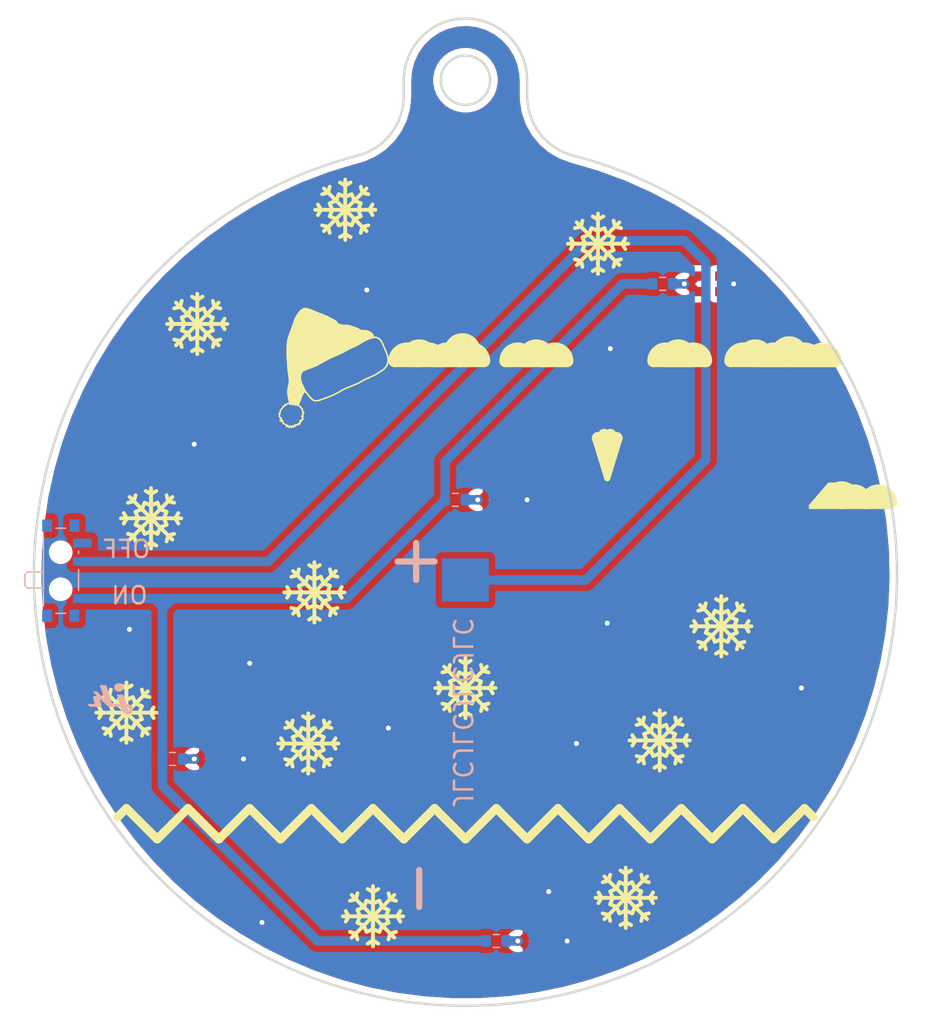
<source format=kicad_pcb>
(kicad_pcb (version 20171130) (host pcbnew "(5.1.10)-1")
  (layers (0 F.Cu signal) (31 B.Cu signal) (34 B.Paste user) (35 F.Paste user) (36 B.SilkS user) (37 F.SilkS user) (38 B.Mask user) (39 F.Mask user) (44 Edge.Cuts user))
  (net 0 "")
  (net 1 "Net-(SW1-Pad3)")
  (net 2 VCC)
  (net 3 GND)
  (net 4 "Net-(D12-Pad1)")
  (net 5 "Net-(D3-Pad1)")
  (net 6 "Net-(D5-Pad1)")
  (net 7 "Net-(D7-Pad1)")
  (net 8 "Net-(R1-Pad1)")
  (module TVZ_kuglica:logo (layer B.Cu) (at 108.15 110.05 180)
    (fp_text reference G*** hide)
    (fp_text value LOGO hide)
  )
  (module TVZ_kuglica:kapa_1 (layer F.Cu) (at 125.25 82.5 25)
    (fp_text reference G*** hide)
    (fp_text value LOGO hide)
  )
  (module TVZ_kuglica:ukras1 (layer F.Cu) (at 115.25 79.75)
    (fp_text reference G*** hide)
    (fp_text value LOGO hide)
  )
  (module TVZ_kuglica:ukras1 (layer F.Cu) (at 150 126.25)
    (fp_text reference G*** hide)
    (fp_text value LOGO hide)
  )
  (module TVZ_kuglica:ukras1 (layer F.Cu) (at 129.5 127.75)
    (fp_text reference G*** hide)
    (fp_text value LOGO hide)
  )
  (module TVZ_kuglica:ukras1 (layer F.Cu) (at 147.75 73.25)
    (fp_text reference G*** hide)
    (fp_text value LOGO hide)
  )
  (module TVZ_kuglica:ukras3 (layer F.Cu) (at 137 68.75)
    (fp_text reference G*** hide)
    (fp_text value LOGO hide)
  )
  (module TVZ_kuglica:ukras1 (layer F.Cu) (at 152.75 113.5)
    (fp_text reference G*** hide)
    (fp_text value LOGO hide)
  )
  (module TVZ_kuglica:ukras1 (layer F.Cu) (at 157.75 104.25)
    (fp_text reference G*** hide)
    (fp_text value LOGO hide)
  )
  (module TVZ_kuglica:ukras1 (layer F.Cu) (at 137 109.25)
    (fp_text reference G*** hide)
    (fp_text value LOGO hide)
  )
  (module TVZ_kuglica:ukras1 (layer F.Cu) (at 124.25 113.75)
    (fp_text reference G*** hide)
    (fp_text value LOGO hide)
  )
  (module TVZ_kuglica:ukras1 (layer F.Cu) (at 109.5 111.25)
    (fp_text reference G*** hide)
    (fp_text value LOGO hide)
  )
  (module TVZ_kuglica:ukras1 (layer F.Cu) (at 124.75 101.5)
    (fp_text reference G*** hide)
    (fp_text value LOGO hide)
  )
  (module TVZ_kuglica:ukras1 (layer F.Cu) (at 111.5 95.5)
    (fp_text reference G*** hide)
    (fp_text value LOGO hide)
  )
  (module TVZ_kuglica:ukras1 (layer F.Cu) (at 127.25 70.5)
    (fp_text reference G*** hide)
    (fp_text value LOGO hide)
  )
  (module Button_Switch_SMD:SW_SPDT_PCM12 (layer B.Cu) (at 104.5 99.75 90)
    (fp_text reference SW1 hide)
    (fp_text value SW_SPDT)
    (pad "" np_thru_hole circle (at -1.5 -0.33 90) (size 0.9 0.9) (drill 0.9) (layers *.Cu *.Mask))
    (pad "" np_thru_hole circle (at 1.5 -0.33 90) (size 0.9 0.9) (drill 0.9) (layers *.Cu *.Mask))
    (pad 1 smd rect (at -2.25 1.43 90) (size 0.7 1.5) (layers B.Cu B.Paste B.Mask) (net 8 "Net-(R1-Pad1)"))
    (pad 2 smd rect (at 0.75 1.43 90) (size 0.7 1.5) (layers B.Cu B.Paste B.Mask) (net 2 VCC))
    (pad 3 smd rect (at 2.25 1.43 90) (size 0.7 1.5) (layers B.Cu B.Paste B.Mask) (net 1 "Net-(SW1-Pad3)"))
    (pad "" smd rect (at -3.65 -1.43 90) (size 1 0.8) (layers B.Cu B.Paste B.Mask))
    (pad "" smd rect (at 3.65 -1.43 90) (size 1 0.8) (layers B.Cu B.Paste B.Mask))
    (pad "" smd rect (at 3.65 0.78 90) (size 1 0.8) (layers B.Cu B.Paste B.Mask))
    (pad "" smd rect (at -3.65 0.78 90) (size 1 0.8) (layers B.Cu B.Paste B.Mask))
  )
  (module TVZ_kuglica:LED-0807 (layer F.Cu) (at 156.75 76.5)
    (fp_text reference D3 hide)
    (fp_text value RGB)
    (pad 1 smd rect (at -1.05 -0.625) (size 1.1 0.75) (layers F.Cu F.Paste F.Mask) (net 5 "Net-(D3-Pad1)"))
    (pad 2 smd rect (at 1.05 -0.625) (size 1.1 0.75) (layers F.Cu F.Paste F.Mask) (net 3 GND))
    (pad 1 smd rect (at -1.05 0.625) (size 1.1 0.75) (layers F.Cu F.Paste F.Mask) (net 5 "Net-(D3-Pad1)"))
    (pad 2 smd rect (at 1.05 0.625) (size 1.1 0.75) (layers F.Cu F.Paste F.Mask) (net 3 GND))
  )
  (module TVZ_kuglica:LED-0807 (layer F.Cu) (at 117 115)
    (fp_text reference D5 hide)
    (fp_text value RGB)
    (pad 1 smd rect (at -1.05 -0.625) (size 1.1 0.75) (layers F.Cu F.Paste F.Mask) (net 6 "Net-(D5-Pad1)"))
    (pad 2 smd rect (at 1.05 -0.625) (size 1.1 0.75) (layers F.Cu F.Paste F.Mask) (net 3 GND))
    (pad 1 smd rect (at -1.05 0.625) (size 1.1 0.75) (layers F.Cu F.Paste F.Mask) (net 6 "Net-(D5-Pad1)"))
    (pad 2 smd rect (at 1.05 0.625) (size 1.1 0.75) (layers F.Cu F.Paste F.Mask) (net 3 GND))
  )
  (module TVZ_kuglica:LED-0807 (layer F.Cu) (at 143.25 129.75)
    (fp_text reference D7 hide)
    (fp_text value RGB)
    (pad 1 smd rect (at -1.05 -0.625) (size 1.1 0.75) (layers F.Cu F.Paste F.Mask) (net 7 "Net-(D7-Pad1)"))
    (pad 2 smd rect (at 1.05 -0.625) (size 1.1 0.75) (layers F.Cu F.Paste F.Mask) (net 3 GND))
    (pad 1 smd rect (at -1.05 0.625) (size 1.1 0.75) (layers F.Cu F.Paste F.Mask) (net 7 "Net-(D7-Pad1)"))
    (pad 2 smd rect (at 1.05 0.625) (size 1.1 0.75) (layers F.Cu F.Paste F.Mask) (net 3 GND))
  )
  (module TVZ_kuglica:LED-0807 (layer F.Cu) (at 140 94)
    (fp_text reference D12 hide)
    (fp_text value RGB)
    (pad 1 smd rect (at -1.05 -0.625) (size 1.1 0.75) (layers F.Cu F.Paste F.Mask) (net 4 "Net-(D12-Pad1)"))
    (pad 2 smd rect (at 1.05 -0.625) (size 1.1 0.75) (layers F.Cu F.Paste F.Mask) (net 3 GND))
    (pad 1 smd rect (at -1.05 0.625) (size 1.1 0.75) (layers F.Cu F.Paste F.Mask) (net 4 "Net-(D12-Pad1)"))
    (pad 2 smd rect (at 1.05 0.625) (size 1.1 0.75) (layers F.Cu F.Paste F.Mask) (net 3 GND))
  )
  (module TVZ_kuglica:MYOUNG_BS-08-B2AA016 (layer B.Cu) (at 137 113.5 270)
    (fp_text reference BT1 hide)
    (fp_text value 2xAAA)
    (pad 1 smd rect (at -13 0 270) (size 3.5 3.8) (layers B.Cu B.Paste B.Mask) (net 2 VCC))
    (pad 2 smd rect (at 9.5 0 270) (size 5.7 2.8) (layers B.Cu B.Paste B.Mask) (net 3 GND))
  )
  (module Resistor_SMD:R_0603_1608Metric (layer B.Cu) (at 136.175 94)
    (fp_text reference R1 hide)
    (fp_text value 2k)
    (pad 1 smd roundrect (at -0.825 0) (size 0.8 0.95) (layers B.Cu B.Paste B.Mask) (net 8 "Net-(R1-Pad1)"))
    (pad 2 smd roundrect (at 0.825 0) (size 0.8 0.95) (layers B.Cu B.Paste B.Mask) (net 4 "Net-(D12-Pad1)"))
  )
  (module Resistor_SMD:R_0603_1608Metric (layer B.Cu) (at 153 76.5)
    (fp_text reference R2 hide)
    (fp_text value 2k)
    (pad 1 smd roundrect (at -0.825 0) (size 0.8 0.95) (layers B.Cu B.Paste B.Mask) (net 8 "Net-(R1-Pad1)"))
    (pad 2 smd roundrect (at 0.825 0) (size 0.8 0.95) (layers B.Cu B.Paste B.Mask) (net 5 "Net-(D3-Pad1)"))
  )
  (module Resistor_SMD:R_0603_1608Metric (layer B.Cu) (at 113.25 115)
    (fp_text reference R3 hide)
    (fp_text value 2k)
    (pad 1 smd roundrect (at -0.825 0) (size 0.8 0.95) (layers B.Cu B.Paste B.Mask) (net 8 "Net-(R1-Pad1)"))
    (pad 2 smd roundrect (at 0.825 0) (size 0.8 0.95) (layers B.Cu B.Paste B.Mask) (net 6 "Net-(D5-Pad1)"))
  )
  (module Resistor_SMD:R_0603_1608Metric (layer B.Cu) (at 139.5 129.75)
    (fp_text reference R4 hide)
    (fp_text value 2k)
    (pad 2 smd roundrect (at 0.825 0) (size 0.8 0.95) (layers B.Cu B.Paste B.Mask) (net 7 "Net-(D7-Pad1)"))
    (pad 1 smd roundrect (at -0.825 0) (size 0.8 0.95) (layers B.Cu B.Paste B.Mask) (net 8 "Net-(R1-Pad1)"))
  )
  (gr_poly (pts (xy 167.6 94.7) (xy 164.9 94.7) (xy 164.9 94.45) (xy 166.45 92.65) (xy 167.05 92.65)) (layer F.SilkS) (width 0.1))
  (gr_circle (center 148.5 91.25) (end 148.75 91.25) (layer F.SilkS) (width 0.5))
  (gr_circle (center 148.5 90.5) (end 148.75 90.5) (layer F.SilkS) (width 0.5))
  (gr_circle (center 148.5 90) (end 148.75 90) (layer F.SilkS) (width 0.5))
  (gr_circle (center 148 89.5) (end 148.25 89.5) (layer F.SilkS) (width 0.5))
  (gr_circle (center 149 89.5) (end 149.25 89.5) (layer F.SilkS) (width 0.5))
  (gr_circle (center 148.5 89.5) (end 148.75 89.5) (layer F.SilkS) (width 0.5))
  (gr_circle (center 149.25 89) (end 149.5 89) (layer F.SilkS) (width 0.5))
  (gr_circle (center 148.75 88.75) (end 149 88.75) (layer F.SilkS) (width 0.5))
  (gr_circle (center 148.25 88.75) (end 148.5 88.75) (layer F.SilkS) (width 0.5))
  (gr_circle (center 147.75 89) (end 148 89) (layer F.SilkS) (width 0.5))
  (gr_line (start 148.5 92.25) (end 149.5 89) (layer F.SilkS) (width 0.5))
  (gr_line (start 147.5 89) (end 148.5 92.25) (layer F.SilkS) (width 0.5))
  (gr_line (start 168.5 94) (end 166.5 94) (layer F.SilkS) (width 1))
  (gr_arc (start 167.5 94) (end 168.5 94) (angle -180) (layer F.SilkS) (width 1))
  (gr_line (start 169.5 94.25) (end 167.5 94.25) (layer F.SilkS) (width 1))
  (gr_arc (start 168.5 94.25) (end 169.5 94.25) (angle -180) (layer F.SilkS) (width 1))
  (gr_line (start 171.5 94.25) (end 169.5 94.25) (layer F.SilkS) (width 1))
  (gr_arc (start 170.5 94.25) (end 171.5 94.25) (angle -180) (layer F.SilkS) (width 1))
  (gr_line (start 161.5 82.5) (end 159.5 82.5) (layer F.SilkS) (width 1))
  (gr_arc (start 160.5 82.5) (end 161.5 82.5) (angle -180) (layer F.SilkS) (width 1))
  (gr_line (start 164.25 82.25) (end 162.25 82.25) (layer F.SilkS) (width 1))
  (gr_arc (start 163.25 82.25) (end 164.25 82.25) (angle -180) (layer F.SilkS) (width 1))
  (gr_line (start 167 82.75) (end 165 82.75) (layer F.SilkS) (width 1))
  (gr_arc (start 166 82.75) (end 167 82.75) (angle -180) (layer F.SilkS) (width 1))
  (gr_line (start 165.5 82.75) (end 163.5 82.75) (layer F.SilkS) (width 1))
  (gr_arc (start 164.5 82.75) (end 165.5 82.75) (angle -180) (layer F.SilkS) (width 1))
  (gr_line (start 163 82.75) (end 161 82.75) (layer F.SilkS) (width 1))
  (gr_arc (start 162 82.75) (end 163 82.75) (angle -180) (layer F.SilkS) (width 1))
  (gr_line (start 167 82.75) (end 158.5 82.75) (layer F.SilkS) (width 1))
  (gr_arc (start 159.5 82.75) (end 160.5 82.75) (angle -180) (layer F.SilkS) (width 1))
  (gr_line (start 155.25 82.5) (end 153.25 82.5) (layer F.SilkS) (width 1))
  (gr_arc (start 154.25 82.5) (end 155.25 82.5) (angle -180) (layer F.SilkS) (width 1))
  (gr_line (start 155.25 82.75) (end 153.25 82.75) (layer F.SilkS) (width 1))
  (gr_arc (start 154.25 82.75) (end 155.25 82.75) (angle -180) (layer F.SilkS) (width 1))
  (gr_line (start 156.5 82.75) (end 154.5 82.75) (layer F.SilkS) (width 1))
  (gr_arc (start 155.5 82.75) (end 156.5 82.75) (angle -180) (layer F.SilkS) (width 1))
  (gr_line (start 154.25 82.75) (end 152.25 82.75) (layer F.SilkS) (width 1))
  (gr_arc (start 153.25 82.75) (end 154.25 82.75) (angle -180) (layer F.SilkS) (width 1))
  (gr_line (start 143.75 82.75) (end 141.75 82.75) (layer F.SilkS) (width 1))
  (gr_arc (start 142.75 82.75) (end 143.75 82.75) (angle -180) (layer F.SilkS) (width 1))
  (gr_line (start 143.75 82.5) (end 141.75 82.5) (layer F.SilkS) (width 1))
  (gr_arc (start 142.75 82.5) (end 143.75 82.5) (angle -180) (layer F.SilkS) (width 1))
  (gr_line (start 145.25 82.75) (end 143.25 82.75) (layer F.SilkS) (width 1))
  (gr_arc (start 144.25 82.75) (end 145.25 82.75) (angle -180) (layer F.SilkS) (width 1))
  (gr_line (start 142.25 82.75) (end 140.25 82.75) (layer F.SilkS) (width 1))
  (gr_arc (start 141.25 82.75) (end 142.25 82.75) (angle -180) (layer F.SilkS) (width 1))
  (gr_line (start 137.75 82) (end 135.75 82) (layer F.SilkS) (width 1))
  (gr_arc (start 136.75 82) (end 137.75 82) (angle -180) (layer F.SilkS) (width 1))
  (gr_line (start 138.5 82.75) (end 136.5 82.75) (layer F.SilkS) (width 1))
  (gr_arc (start 137.5 82.75) (end 138.5 82.75) (angle -180) (layer F.SilkS) (width 1))
  (gr_line (start 136.5 82.75) (end 134.5 82.75) (layer F.SilkS) (width 1))
  (gr_arc (start 135.5 82.75) (end 136.5 82.75) (angle -180) (layer F.SilkS) (width 1))
  (gr_line (start 134.25 82.5) (end 132.25 82.5) (layer F.SilkS) (width 1))
  (gr_arc (start 133.25 82.5) (end 134.25 82.5) (angle -180) (layer F.SilkS) (width 1))
  (gr_line (start 135 82.75) (end 133 82.75) (layer F.SilkS) (width 1))
  (gr_arc (start 134 82.75) (end 135 82.75) (angle -180) (layer F.SilkS) (width 1))
  (gr_line (start 133.25 82.75) (end 131.25 82.75) (layer F.SilkS) (width 1))
  (gr_arc (start 132.25 82.75) (end 133.25 82.75) (angle -180) (layer F.SilkS) (width 1))
  (gr_line (start 122.58 86.2) (end 122.73 86.21) (layer F.SilkS) (width 0.12))
  (gr_line (start 122.51 86.26) (end 122.58 86.2) (layer F.SilkS) (width 0.12))
  (gr_line (start 122.37 86.29) (end 122.51 86.26) (layer F.SilkS) (width 0.12))
  (gr_line (start 122.4 86.34) (end 122.37 86.29) (layer F.SilkS) (width 0.12))
  (gr_line (start 122.22 86.43) (end 122.4 86.34) (layer F.SilkS) (width 0.12))
  (gr_line (start 122.23 86.48) (end 122.22 86.43) (layer F.SilkS) (width 0.12))
  (gr_line (start 122.13 86.59) (end 122.23 86.48) (layer F.SilkS) (width 0.12))
  (gr_line (start 122.03 86.7) (end 122.13 86.59) (layer F.SilkS) (width 0.12))
  (gr_line (start 121.98 86.8) (end 122.03 86.7) (layer F.SilkS) (width 0.12))
  (gr_line (start 121.95 86.98) (end 121.98 86.8) (layer F.SilkS) (width 0.12))
  (gr_line (start 121.87 87.04) (end 121.95 86.98) (layer F.SilkS) (width 0.12))
  (gr_line (start 121.94 87.09) (end 121.87 87.04) (layer F.SilkS) (width 0.12))
  (gr_line (start 121.91 87.22) (end 121.94 87.09) (layer F.SilkS) (width 0.12))
  (gr_line (start 121.95 87.33) (end 121.91 87.22) (layer F.SilkS) (width 0.12))
  (gr_line (start 122.07 87.39) (end 121.95 87.33) (layer F.SilkS) (width 0.12))
  (gr_line (start 121.97 87.58) (end 122.07 87.39) (layer F.SilkS) (width 0.12))
  (gr_line (start 122.11 87.52) (end 121.97 87.58) (layer F.SilkS) (width 0.12))
  (gr_line (start 122.06 87.66) (end 122.11 87.52) (layer F.SilkS) (width 0.12))
  (gr_line (start 122.18 87.61) (end 122.06 87.66) (layer F.SilkS) (width 0.12))
  (gr_line (start 122.21 87.78) (end 122.18 87.61) (layer F.SilkS) (width 0.12))
  (gr_line (start 122.31 87.86) (end 122.21 87.78) (layer F.SilkS) (width 0.12))
  (gr_line (start 122.45 87.92) (end 122.31 87.86) (layer F.SilkS) (width 0.12))
  (gr_line (start 122.5 88.07) (end 122.45 87.92) (layer F.SilkS) (width 0.12))
  (gr_line (start 122.58 87.96) (end 122.5 88.07) (layer F.SilkS) (width 0.12))
  (gr_line (start 122.64 88.06) (end 122.58 87.96) (layer F.SilkS) (width 0.12))
  (gr_line (start 122.72 88.14) (end 122.64 88.06) (layer F.SilkS) (width 0.12))
  (gr_line (start 122.81 88.03) (end 122.72 88.14) (layer F.SilkS) (width 0.12))
  (gr_line (start 122.89 88.13) (end 122.81 88.03) (layer F.SilkS) (width 0.12))
  (gr_line (start 122.93 88.03) (end 122.89 88.13) (layer F.SilkS) (width 0.12))
  (gr_line (start 123.05 88.1) (end 122.93 88.03) (layer F.SilkS) (width 0.12))
  (gr_line (start 123.07 88) (end 123.05 88.1) (layer F.SilkS) (width 0.12))
  (gr_line (start 123.17 88.04) (end 123.07 88) (layer F.SilkS) (width 0.12))
  (gr_line (start 123.17 87.93) (end 123.17 88.04) (layer F.SilkS) (width 0.12))
  (gr_line (start 123.29 87.93) (end 123.17 87.93) (layer F.SilkS) (width 0.12))
  (gr_line (start 123.41 87.93) (end 123.29 87.93) (layer F.SilkS) (width 0.12))
  (gr_line (start 123.42 87.85) (end 123.41 87.93) (layer F.SilkS) (width 0.12))
  (gr_line (start 123.48 87.84) (end 123.42 87.85) (layer F.SilkS) (width 0.12))
  (gr_line (start 123.58 87.85) (end 123.48 87.84) (layer F.SilkS) (width 0.12))
  (gr_line (start 123.54 87.74) (end 123.58 87.85) (layer F.SilkS) (width 0.12))
  (gr_line (start 123.6 87.7) (end 123.54 87.74) (layer F.SilkS) (width 0.12))
  (gr_line (start 123.6 87.57) (end 123.6 87.7) (layer F.SilkS) (width 0.12))
  (gr_line (start 123.7 87.63) (end 123.6 87.57) (layer F.SilkS) (width 0.12))
  (gr_line (start 123.71 87.56) (end 123.7 87.63) (layer F.SilkS) (width 0.12))
  (gr_line (start 123.76 87.47) (end 123.71 87.56) (layer F.SilkS) (width 0.12))
  (gr_line (start 123.83 87.46) (end 123.76 87.47) (layer F.SilkS) (width 0.12))
  (gr_line (start 123.79 87.4) (end 123.83 87.46) (layer F.SilkS) (width 0.12))
  (gr_line (start 123.72 87.23) (end 123.79 87.4) (layer F.SilkS) (width 0.12))
  (gr_line (start 123.84 87.24) (end 123.72 87.23) (layer F.SilkS) (width 0.12))
  (gr_line (start 123.8 87.17) (end 123.84 87.24) (layer F.SilkS) (width 0.12))
  (gr_line (start 123.79 87.08) (end 123.8 87.17) (layer F.SilkS) (width 0.12))
  (gr_line (start 123.84 87.07) (end 123.79 87.08) (layer F.SilkS) (width 0.12))
  (gr_line (start 123.83 86.99) (end 123.84 87.07) (layer F.SilkS) (width 0.12))
  (gr_line (start 123.89 86.93) (end 123.83 86.99) (layer F.SilkS) (width 0.12))
  (gr_line (start 123.82 86.91) (end 123.89 86.93) (layer F.SilkS) (width 0.12))
  (gr_line (start 123.78 86.85) (end 123.82 86.91) (layer F.SilkS) (width 0.12))
  (gr_line (start 123.78 86.78) (end 123.78 86.85) (layer F.SilkS) (width 0.12))
  (gr_line (start 123.77 86.69) (end 123.78 86.78) (layer F.SilkS) (width 0.12))
  (gr_line (start 123.75 86.6) (end 123.77 86.69) (layer F.SilkS) (width 0.12))
  (gr_line (start 123.64 86.54) (end 123.75 86.6) (layer F.SilkS) (width 0.12))
  (gr_line (start 123.6 86.44) (end 123.64 86.54) (layer F.SilkS) (width 0.12))
  (gr_line (start 123.46 86.37) (end 123.6 86.44) (layer F.SilkS) (width 0.12))
  (gr_line (start 123.39 86.34) (end 123.46 86.37) (layer F.SilkS) (width 0.12))
  (gr_line (start 123.34 86.27) (end 123.39 86.34) (layer F.SilkS) (width 0.12))
  (gr_line (start 123.2 86.32) (end 123.34 86.27) (layer F.SilkS) (width 0.12))
  (gr_line (start 123.13 86.25) (end 123.2 86.32) (layer F.SilkS) (width 0.12))
  (gr_line (start 123 86.29) (end 123.13 86.25) (layer F.SilkS) (width 0.12))
  (gr_line (start 122.91 86.22) (end 123 86.29) (layer F.SilkS) (width 0.12))
  (gr_line (start 122.81 86.26) (end 122.91 86.22) (layer F.SilkS) (width 0.12))
  (gr_line (start 122.73 86.21) (end 122.81 86.26) (layer F.SilkS) (width 0.12))
  (gr_line (start 122.72 86.03) (end 122.73 86.21) (layer F.SilkS) (width 0.12))
  (gr_line (start 122.67 85.81) (end 122.72 86.03) (layer F.SilkS) (width 0.12))
  (gr_line (start 122.62 85.53) (end 122.67 85.81) (layer F.SilkS) (width 0.12))
  (gr_line (start 122.59 85.35) (end 122.62 85.53) (layer F.SilkS) (width 0.12))
  (gr_line (start 122.59 85.18) (end 122.59 85.35) (layer F.SilkS) (width 0.12))
  (gr_line (start 122.63 84.94) (end 122.59 85.18) (layer F.SilkS) (width 0.12))
  (gr_line (start 122.67 84.74) (end 122.63 84.94) (layer F.SilkS) (width 0.12))
  (gr_line (start 122.72 84.48) (end 122.67 84.74) (layer F.SilkS) (width 0.12))
  (gr_line (start 122.72 84.25) (end 122.72 84.48) (layer F.SilkS) (width 0.12))
  (gr_line (start 122.69 84) (end 122.72 84.25) (layer F.SilkS) (width 0.12))
  (gr_line (start 122.64 83.64) (end 122.69 84) (layer F.SilkS) (width 0.12))
  (gr_line (start 122.6 83.33) (end 122.64 83.64) (layer F.SilkS) (width 0.12))
  (gr_line (start 122.58 82.85) (end 122.6 83.33) (layer F.SilkS) (width 0.12))
  (gr_line (start 122.56 82.68) (end 122.58 82.85) (layer F.SilkS) (width 0.12))
  (gr_line (start 122.54 82.31) (end 122.56 82.68) (layer F.SilkS) (width 0.12))
  (gr_line (start 122.53 82.09) (end 122.54 82.31) (layer F.SilkS) (width 0.12))
  (gr_line (start 122.54 81.69) (end 122.53 82.09) (layer F.SilkS) (width 0.12))
  (gr_line (start 122.54 81.5) (end 122.54 81.69) (layer F.SilkS) (width 0.12))
  (gr_line (start 122.58 81.2) (end 122.54 81.5) (layer F.SilkS) (width 0.12))
  (gr_line (start 122.62 80.95) (end 122.58 81.2) (layer F.SilkS) (width 0.12))
  (gr_line (start 122.75 80.57) (end 122.62 80.95) (layer F.SilkS) (width 0.12))
  (gr_line (start 122.85 80.31) (end 122.75 80.57) (layer F.SilkS) (width 0.12))
  (gr_line (start 122.99 79.91) (end 122.85 80.31) (layer F.SilkS) (width 0.12))
  (gr_line (start 123.06 79.72) (end 122.99 79.91) (layer F.SilkS) (width 0.12))
  (gr_line (start 123.15 79.45) (end 123.06 79.72) (layer F.SilkS) (width 0.12))
  (gr_line (start 123.25 79.22) (end 123.15 79.45) (layer F.SilkS) (width 0.12))
  (gr_line (start 123.34 79.05) (end 123.25 79.22) (layer F.SilkS) (width 0.12))
  (gr_line (start 123.46 78.88) (end 123.34 79.05) (layer F.SilkS) (width 0.12))
  (gr_line (start 123.56 78.77) (end 123.46 78.88) (layer F.SilkS) (width 0.12))
  (gr_line (start 123.65 78.66) (end 123.56 78.77) (layer F.SilkS) (width 0.12))
  (gr_line (start 123.78 78.58) (end 123.65 78.66) (layer F.SilkS) (width 0.12))
  (gr_line (start 123.88 78.52) (end 123.78 78.58) (layer F.SilkS) (width 0.12))
  (gr_line (start 123.97 78.5) (end 123.88 78.52) (layer F.SilkS) (width 0.12))
  (gr_line (start 124.06 78.5) (end 123.97 78.5) (layer F.SilkS) (width 0.12))
  (gr_line (start 124.21 78.53) (end 124.06 78.5) (layer F.SilkS) (width 0.12))
  (gr_line (start 124.43 78.61) (end 124.21 78.53) (layer F.SilkS) (width 0.12))
  (gr_line (start 124.6 78.68) (end 124.43 78.61) (layer F.SilkS) (width 0.12))
  (gr_line (start 124.8 78.76) (end 124.6 78.68) (layer F.SilkS) (width 0.12))
  (gr_line (start 125 78.85) (end 124.8 78.76) (layer F.SilkS) (width 0.12))
  (gr_line (start 125.32 78.96) (end 125 78.85) (layer F.SilkS) (width 0.12))
  (gr_line (start 125.53 79.05) (end 125.32 78.96) (layer F.SilkS) (width 0.12))
  (gr_line (start 125.78 79.15) (end 125.53 79.05) (layer F.SilkS) (width 0.12))
  (gr_line (start 126.01 79.28) (end 125.78 79.15) (layer F.SilkS) (width 0.12))
  (gr_line (start 126.22 79.38) (end 126.01 79.28) (layer F.SilkS) (width 0.12))
  (gr_line (start 126.38 79.47) (end 126.22 79.38) (layer F.SilkS) (width 0.12))
  (gr_line (start 126.49 79.54) (end 126.38 79.47) (layer F.SilkS) (width 0.12))
  (gr_line (start 126.62 79.7) (end 126.49 79.54) (layer F.SilkS) (width 0.12))
  (gr_line (start 126.69 79.77) (end 126.62 79.7) (layer F.SilkS) (width 0.12))
  (gr_line (start 126.77 79.8) (end 126.69 79.77) (layer F.SilkS) (width 0.12))
  (gr_line (start 126.9 79.83) (end 126.77 79.8) (layer F.SilkS) (width 0.12))
  (gr_line (start 127.02 79.86) (end 126.9 79.83) (layer F.SilkS) (width 0.12))
  (gr_line (start 127.18 79.87) (end 127.02 79.86) (layer F.SilkS) (width 0.12))
  (gr_line (start 127.38 79.87) (end 127.18 79.87) (layer F.SilkS) (width 0.12))
  (gr_line (start 127.49 79.87) (end 127.38 79.87) (layer F.SilkS) (width 0.12))
  (gr_line (start 128.16 80.09) (end 127.49 79.87) (layer F.SilkS) (width 0.12))
  (gr_line (start 128.28 80.15) (end 128.16 80.09) (layer F.SilkS) (width 0.12))
  (gr_line (start 128.4 80.22) (end 128.28 80.15) (layer F.SilkS) (width 0.12))
  (gr_line (start 128.52 80.29) (end 128.4 80.22) (layer F.SilkS) (width 0.12))
  (gr_line (start 128.64 80.29) (end 128.52 80.29) (layer F.SilkS) (width 0.12))
  (gr_line (start 128.95 80.3) (end 128.64 80.29) (layer F.SilkS) (width 0.12))
  (gr_line (start 129.08 80.33) (end 128.95 80.3) (layer F.SilkS) (width 0.12))
  (gr_line (start 129.26 80.42) (end 129.08 80.33) (layer F.SilkS) (width 0.12))
  (gr_line (start 129.34 80.46) (end 129.26 80.42) (layer F.SilkS) (width 0.12))
  (gr_line (start 129.41 80.55) (end 129.34 80.46) (layer F.SilkS) (width 0.12))
  (gr_line (start 129.47 80.62) (end 129.41 80.55) (layer F.SilkS) (width 0.12))
  (gr_line (start 129.52 80.73) (end 129.47 80.62) (layer F.SilkS) (width 0.12))
  (gr_line (start 129.56 80.84) (end 129.52 80.73) (layer F.SilkS) (width 0.12))
  (gr_line (start 123.95 85.1) (end 124.04 85.25) (layer F.SilkS) (width 0.12))
  (gr_line (start 123.87 84.92) (end 123.95 85.1) (layer F.SilkS) (width 0.12))
  (gr_line (start 123.82 84.8) (end 123.87 84.92) (layer F.SilkS) (width 0.12))
  (gr_line (start 123.74 84.64) (end 123.82 84.8) (layer F.SilkS) (width 0.12))
  (gr_line (start 123.68 84.5) (end 123.74 84.64) (layer F.SilkS) (width 0.12))
  (gr_line (start 123.64 84.39) (end 123.68 84.5) (layer F.SilkS) (width 0.12))
  (gr_line (start 123.62 84.26) (end 123.64 84.39) (layer F.SilkS) (width 0.12))
  (gr_line (start 123.61 84.11) (end 123.62 84.26) (layer F.SilkS) (width 0.12))
  (gr_line (start 123.61 83.95) (end 123.61 84.11) (layer F.SilkS) (width 0.12))
  (gr_line (start 123.62 83.87) (end 123.61 83.95) (layer F.SilkS) (width 0.12))
  (gr_line (start 123.67 83.77) (end 123.62 83.87) (layer F.SilkS) (width 0.12))
  (gr_line (start 123.7 83.69) (end 123.67 83.77) (layer F.SilkS) (width 0.12))
  (gr_line (start 123.76 83.6) (end 123.7 83.69) (layer F.SilkS) (width 0.12))
  (gr_line (start 123.86 83.53) (end 123.76 83.6) (layer F.SilkS) (width 0.12))
  (gr_line (start 123.98 83.47) (end 123.86 83.53) (layer F.SilkS) (width 0.12))
  (gr_line (start 124.17 83.39) (end 123.98 83.47) (layer F.SilkS) (width 0.12))
  (gr_line (start 124.52 83.28) (end 124.17 83.39) (layer F.SilkS) (width 0.12))
  (gr_line (start 124.99 83.08) (end 124.52 83.28) (layer F.SilkS) (width 0.12))
  (gr_line (start 125.19 82.96) (end 124.99 83.08) (layer F.SilkS) (width 0.12))
  (gr_line (start 125.44 82.82) (end 125.19 82.96) (layer F.SilkS) (width 0.12))
  (gr_line (start 125.64 82.71) (end 125.44 82.82) (layer F.SilkS) (width 0.12))
  (gr_line (start 125.96 82.52) (end 125.64 82.71) (layer F.SilkS) (width 0.12))
  (gr_line (start 126.16 82.45) (end 125.96 82.52) (layer F.SilkS) (width 0.12))
  (gr_line (start 126.38 82.34) (end 126.16 82.45) (layer F.SilkS) (width 0.12))
  (gr_line (start 126.59 82.26) (end 126.38 82.34) (layer F.SilkS) (width 0.12))
  (gr_line (start 126.87 82.13) (end 126.59 82.26) (layer F.SilkS) (width 0.12))
  (gr_line (start 127.08 82.04) (end 126.87 82.13) (layer F.SilkS) (width 0.12))
  (gr_line (start 127.28 81.92) (end 127.08 82.04) (layer F.SilkS) (width 0.12))
  (gr_line (start 127.52 81.79) (end 127.28 81.92) (layer F.SilkS) (width 0.12))
  (gr_line (start 127.73 81.69) (end 127.52 81.79) (layer F.SilkS) (width 0.12))
  (gr_line (start 127.96 81.59) (end 127.73 81.69) (layer F.SilkS) (width 0.12))
  (gr_line (start 128.16 81.49) (end 127.96 81.59) (layer F.SilkS) (width 0.12))
  (gr_line (start 128.37 81.37) (end 128.16 81.49) (layer F.SilkS) (width 0.12))
  (gr_line (start 128.56 81.27) (end 128.37 81.37) (layer F.SilkS) (width 0.12))
  (gr_line (start 128.75 81.15) (end 128.56 81.27) (layer F.SilkS) (width 0.12))
  (gr_line (start 128.86 81.1) (end 128.75 81.15) (layer F.SilkS) (width 0.12))
  (gr_line (start 128.94 81.04) (end 128.86 81.1) (layer F.SilkS) (width 0.12))
  (gr_line (start 129.06 81.01) (end 128.94 81.04) (layer F.SilkS) (width 0.12))
  (gr_line (start 129.14 80.96) (end 129.06 81.01) (layer F.SilkS) (width 0.12))
  (gr_line (start 129.25 80.93) (end 129.14 80.96) (layer F.SilkS) (width 0.12))
  (gr_line (start 129.36 80.89) (end 129.25 80.93) (layer F.SilkS) (width 0.12))
  (gr_line (start 129.45 80.86) (end 129.36 80.89) (layer F.SilkS) (width 0.12))
  (gr_line (start 129.56 80.83) (end 129.45 80.86) (layer F.SilkS) (width 0.12))
  (gr_line (start 129.63 80.83) (end 129.56 80.83) (layer F.SilkS) (width 0.12))
  (gr_line (start 129.76 80.84) (end 129.63 80.83) (layer F.SilkS) (width 0.12))
  (gr_line (start 129.85 80.87) (end 129.76 80.84) (layer F.SilkS) (width 0.12))
  (gr_line (start 129.91 80.91) (end 129.85 80.87) (layer F.SilkS) (width 0.12))
  (gr_line (start 130 80.96) (end 129.91 80.91) (layer F.SilkS) (width 0.12))
  (gr_line (start 130.08 81.04) (end 130 80.96) (layer F.SilkS) (width 0.12))
  (gr_line (start 130.13 81.08) (end 130.08 81.04) (layer F.SilkS) (width 0.12))
  (gr_line (start 130.21 81.21) (end 130.13 81.08) (layer F.SilkS) (width 0.12))
  (gr_line (start 130.29 81.37) (end 130.21 81.21) (layer F.SilkS) (width 0.12))
  (gr_line (start 130.38 81.58) (end 130.29 81.37) (layer F.SilkS) (width 0.12))
  (gr_line (start 130.43 81.68) (end 130.38 81.58) (layer F.SilkS) (width 0.12))
  (gr_line (start 130.5 81.87) (end 130.43 81.68) (layer F.SilkS) (width 0.12))
  (gr_line (start 130.57 82.02) (end 130.5 81.87) (layer F.SilkS) (width 0.12))
  (gr_line (start 130.62 82.17) (end 130.57 82.02) (layer F.SilkS) (width 0.12))
  (gr_line (start 130.69 82.34) (end 130.62 82.17) (layer F.SilkS) (width 0.12))
  (gr_line (start 130.71 82.51) (end 130.69 82.34) (layer F.SilkS) (width 0.12))
  (gr_line (start 130.72 82.7) (end 130.71 82.51) (layer F.SilkS) (width 0.12))
  (gr_line (start 130.7 82.87) (end 130.72 82.7) (layer F.SilkS) (width 0.12))
  (gr_line (start 130.66 83.03) (end 130.7 82.87) (layer F.SilkS) (width 0.12))
  (gr_line (start 130.61 83.14) (end 130.66 83.03) (layer F.SilkS) (width 0.12))
  (gr_line (start 130.54 83.24) (end 130.61 83.14) (layer F.SilkS) (width 0.12))
  (gr_line (start 130.39 83.41) (end 130.54 83.24) (layer F.SilkS) (width 0.12))
  (gr_line (start 130.19 83.55) (end 130.39 83.41) (layer F.SilkS) (width 0.12))
  (gr_line (start 129.94 83.7) (end 130.19 83.55) (layer F.SilkS) (width 0.12))
  (gr_line (start 129.81 83.8) (end 129.94 83.7) (layer F.SilkS) (width 0.12))
  (gr_line (start 129.59 83.92) (end 129.81 83.8) (layer F.SilkS) (width 0.12))
  (gr_line (start 129.38 84.01) (end 129.59 83.92) (layer F.SilkS) (width 0.12))
  (gr_line (start 129.15 84.12) (end 129.38 84.01) (layer F.SilkS) (width 0.12))
  (gr_line (start 128.86 84.24) (end 129.15 84.12) (layer F.SilkS) (width 0.12))
  (gr_line (start 128.57 84.41) (end 128.86 84.24) (layer F.SilkS) (width 0.12))
  (gr_line (start 128.3 84.56) (end 128.57 84.41) (layer F.SilkS) (width 0.12))
  (gr_line (start 128 84.68) (end 128.3 84.56) (layer F.SilkS) (width 0.12))
  (gr_line (start 127.73 84.8) (end 128 84.68) (layer F.SilkS) (width 0.12))
  (gr_line (start 127.39 84.93) (end 127.73 84.8) (layer F.SilkS) (width 0.12))
  (gr_line (start 127.21 85.01) (end 127.39 84.93) (layer F.SilkS) (width 0.12))
  (gr_line (start 126.98 85.12) (end 127.21 85.01) (layer F.SilkS) (width 0.12))
  (gr_line (start 126.85 85.22) (end 126.98 85.12) (layer F.SilkS) (width 0.12))
  (gr_line (start 126.58 85.36) (end 126.85 85.22) (layer F.SilkS) (width 0.12))
  (gr_line (start 126.3 85.5) (end 126.58 85.36) (layer F.SilkS) (width 0.12))
  (gr_line (start 125.99 85.63) (end 126.3 85.5) (layer F.SilkS) (width 0.12))
  (gr_line (start 125.63 85.76) (end 125.99 85.63) (layer F.SilkS) (width 0.12))
  (gr_line (start 125.37 85.86) (end 125.63 85.76) (layer F.SilkS) (width 0.12))
  (gr_line (start 125.23 85.91) (end 125.37 85.86) (layer F.SilkS) (width 0.12))
  (gr_line (start 125.1 85.95) (end 125.23 85.91) (layer F.SilkS) (width 0.12))
  (gr_line (start 124.94 85.97) (end 125.1 85.95) (layer F.SilkS) (width 0.12))
  (gr_line (start 124.84 85.98) (end 124.94 85.97) (layer F.SilkS) (width 0.12))
  (gr_line (start 124.75 85.96) (end 124.84 85.98) (layer F.SilkS) (width 0.12))
  (gr_line (start 124.66 85.93) (end 124.75 85.96) (layer F.SilkS) (width 0.12))
  (gr_line (start 124.61 85.89) (end 124.66 85.93) (layer F.SilkS) (width 0.12))
  (gr_line (start 124.52 85.82) (end 124.61 85.89) (layer F.SilkS) (width 0.12))
  (gr_line (start 124.43 85.73) (end 124.52 85.82) (layer F.SilkS) (width 0.12))
  (gr_line (start 124.35 85.64) (end 124.43 85.73) (layer F.SilkS) (width 0.12))
  (gr_line (start 124.25 85.52) (end 124.35 85.64) (layer F.SilkS) (width 0.12))
  (gr_line (start 124.16 85.41) (end 124.25 85.52) (layer F.SilkS) (width 0.12))
  (gr_line (start 124.11 85.33) (end 124.16 85.41) (layer F.SilkS) (width 0.12))
  (gr_line (start 124.04 85.25) (end 124.11 85.33) (layer F.SilkS) (width 0.12))
  (gr_line (start 123.99 85.22) (end 124.04 85.25) (layer F.SilkS) (width 0.12))
  (gr_line (start 123.94 85.24) (end 123.99 85.22) (layer F.SilkS) (width 0.12))
  (gr_line (start 123.88 85.31) (end 123.94 85.24) (layer F.SilkS) (width 0.12))
  (gr_line (start 123.83 85.39) (end 123.88 85.31) (layer F.SilkS) (width 0.12))
  (gr_line (start 123.77 85.46) (end 123.83 85.39) (layer F.SilkS) (width 0.12))
  (gr_line (start 123.72 85.59) (end 123.77 85.46) (layer F.SilkS) (width 0.12))
  (gr_line (start 123.66 85.73) (end 123.72 85.59) (layer F.SilkS) (width 0.12))
  (gr_line (start 123.61 85.88) (end 123.66 85.73) (layer F.SilkS) (width 0.12))
  (gr_line (start 123.57 85.99) (end 123.61 85.88) (layer F.SilkS) (width 0.12))
  (gr_line (start 123.53 86.11) (end 123.57 85.99) (layer F.SilkS) (width 0.12))
  (gr_line (start 123.48 86.22) (end 123.53 86.11) (layer F.SilkS) (width 0.12))
  (gr_line (start 123.39 86.33) (end 123.48 86.22) (layer F.SilkS) (width 0.12))
  (gr_line (start 157 121.5) (end 154.5 119) (layer F.SilkS) (width 0.7))
  (gr_line (start 122 121.5) (end 119.5 119) (layer F.SilkS) (width 0.7))
  (gr_line (start 117 121.5) (end 114.5 119) (layer F.SilkS) (width 0.7))
  (gr_line (start 129.5 119) (end 127 121.5) (layer F.SilkS) (width 0.7))
  (gr_line (start 137 121.5) (end 134.5 119) (layer F.SilkS) (width 0.7))
  (gr_line (start 112 121.5) (end 109.5 119) (layer F.SilkS) (width 0.7))
  (gr_line (start 139.5 119) (end 137 121.5) (layer F.SilkS) (width 0.7))
  (gr_line (start 134.5 119) (end 132 121.5) (layer F.SilkS) (width 0.7))
  (gr_line (start 152 121.5) (end 149.5 119) (layer F.SilkS) (width 0.7))
  (gr_line (start 109.5 119) (end 108.75 119.75) (layer F.SilkS) (width 0.7))
  (gr_line (start 147 121.5) (end 144.5 119) (layer F.SilkS) (width 0.7))
  (gr_line (start 154.5 119) (end 152 121.5) (layer F.SilkS) (width 0.7))
  (gr_line (start 165.25 119.75) (end 164.5 119) (layer F.SilkS) (width 0.7))
  (gr_line (start 127 121.5) (end 124.5 119) (layer F.SilkS) (width 0.7))
  (gr_line (start 162 121.5) (end 159.5 119) (layer F.SilkS) (width 0.7))
  (gr_line (start 114.5 119) (end 112 121.5) (layer F.SilkS) (width 0.7))
  (gr_line (start 159.5 119) (end 157 121.5) (layer F.SilkS) (width 0.7))
  (gr_line (start 149.5 119) (end 147 121.5) (layer F.SilkS) (width 0.7))
  (gr_line (start 119.5 119) (end 117 121.5) (layer F.SilkS) (width 0.7))
  (gr_line (start 142 121.5) (end 139.5 119) (layer F.SilkS) (width 0.7))
  (gr_line (start 124.5 119) (end 122 121.5) (layer F.SilkS) (width 0.7))
  (gr_line (start 144.5 119) (end 142 121.5) (layer F.SilkS) (width 0.7))
  (gr_line (start 132 121.5) (end 129.5 119) (layer F.SilkS) (width 0.7))
  (gr_line (start 164.5 119) (end 162 121.5) (layer F.SilkS) (width 0.7))
  (gr_line (start 132 61.270167) (end 132 60) (layer Edge.Cuts) (width 0.2))
  (gr_arc (start 147 61.270167) (end 142 61.270167) (angle -75.52248781) (layer Edge.Cuts) (width 0.2))
  (gr_arc (start 137 60) (end 142 60) (angle -180) (layer Edge.Cuts) (width 0.2))
  (gr_arc (start 137 100) (end 128.249999 66.111396) (angle -331.0449756) (layer Edge.Cuts) (width 0.2))
  (gr_arc (start 126.999999 61.270167) (end 128.249999 66.111396) (angle -75.52248781) (layer Edge.Cuts) (width 0.2))
  (gr_line (start 142 60) (end 142 61.270167) (layer Edge.Cuts) (width 0.2))
  (gr_text ON (at 109.75 101.75) (layer B.SilkS) (effects (font (size 1.4 1.4) (thickness 0.2)) (justify mirror)))
  (gr_text OFF (at 109.5 98) (layer B.SilkS) (effects (font (size 1.4 1.4) (thickness 0.2)) (justify mirror)))
  (gr_text JLCJLCJLCJLC (at 136.75 111.25 270) (layer B.SilkS) (effects (font (size 1.5 1.5) (thickness 0.2)) (justify mirror)))
  (gr_circle (center 137 60) (end 139 60) (layer Edge.Cuts) (width 0.2))
  (segment (start 146.75 100.5) (end 137 100.5) (width 0.762) (layer B.Cu) (net 2))
  (segment (start 156.5 90.75) (end 146.75 100.5) (width 0.762) (layer B.Cu) (net 2))
  (segment (start 156.5 74.75) (end 156.5 90.75) (width 0.762) (layer B.Cu) (net 2))
  (segment (start 154.75 73) (end 156.5 74.75) (width 0.762) (layer B.Cu) (net 2))
  (segment (start 147 73) (end 154.75 73) (width 0.762) (layer B.Cu) (net 2))
  (segment (start 121 99) (end 147 73) (width 0.762) (layer B.Cu) (net 2))
  (segment (start 105.93 99) (end 121 99) (width 0.762) (layer B.Cu) (net 2))
  (via (at 129 77) (size 0.8) (drill 0.4) (layers F.Cu B.Cu) (net 3))
  (via (at 115 89.5) (size 0.8) (drill 0.4) (layers F.Cu B.Cu) (net 3))
  (via (at 148.75 81.75) (size 0.8) (drill 0.4) (layers F.Cu B.Cu) (net 3))
  (via (at 148.5 104) (size 0.8) (drill 0.4) (layers F.Cu B.Cu) (net 3))
  (via (at 164.25 109.25) (size 0.8) (drill 0.4) (layers F.Cu B.Cu) (net 3))
  (via (at 146 113.75) (size 0.8) (drill 0.4) (layers F.Cu B.Cu) (net 3))
  (via (at 143.75 125.75) (size 0.8) (drill 0.4) (layers F.Cu B.Cu) (net 3))
  (via (at 120.5 128.25) (size 0.8) (drill 0.4) (layers F.Cu B.Cu) (net 3))
  (via (at 130.75 112.5) (size 0.8) (drill 0.4) (layers F.Cu B.Cu) (net 3))
  (via (at 119.5 107.25) (size 0.8) (drill 0.4) (layers F.Cu B.Cu) (net 3))
  (via (at 109.75 104.5) (size 0.8) (drill 0.4) (layers F.Cu B.Cu) (net 3))
  (via (at 158.75 76.5) (size 0.8) (drill 0.4) (layers F.Cu B.Cu) (net 3))
  (via (at 142 94) (size 0.8) (drill 0.4) (layers F.Cu B.Cu) (net 3))
  (via (at 119 115) (size 0.8) (drill 0.4) (layers F.Cu B.Cu) (net 3))
  (via (at 145.25 129.75) (size 0.8) (drill 0.4) (layers F.Cu B.Cu) (net 3))
  (via (at 138 94) (size 0.8) (drill 0.4) (layers F.Cu B.Cu) (net 4))
  (segment (start 138 94) (end 137 94) (width 0.762) (layer B.Cu) (net 4))
  (segment (start 138.325 94) (end 138.95 93.375) (width 0.762) (layer F.Cu) (net 4))
  (segment (start 138.325 94) (end 138.95 94.625) (width 0.762) (layer F.Cu) (net 4))
  (segment (start 138 94) (end 138.325 94) (width 0.762) (layer F.Cu) (net 4))
  (via (at 154.75 76.5) (size 0.8) (drill 0.4) (layers F.Cu B.Cu) (net 5))
  (segment (start 155.075 76.5) (end 155.7 75.875) (width 0.762) (layer F.Cu) (net 5))
  (segment (start 155.075 76.5) (end 155.7 77.125) (width 0.762) (layer F.Cu) (net 5))
  (segment (start 154.75 76.5) (end 155.075 76.5) (width 0.762) (layer F.Cu) (net 5))
  (segment (start 153.825 76.5) (end 154.75 76.5) (width 0.762) (layer B.Cu) (net 5))
  (via (at 115 115) (size 0.8) (drill 0.4) (layers F.Cu B.Cu) (net 6))
  (segment (start 115.325 115) (end 115.95 114.375) (width 0.762) (layer F.Cu) (net 6))
  (segment (start 115.325 115) (end 115.95 115.625) (width 0.762) (layer F.Cu) (net 6))
  (segment (start 115 115) (end 115.325 115) (width 0.762) (layer F.Cu) (net 6))
  (segment (start 114.075 115) (end 115 115) (width 0.762) (layer B.Cu) (net 6))
  (via (at 141.25 129.75) (size 0.8) (drill 0.4) (layers F.Cu B.Cu) (net 7))
  (segment (start 141.575 129.75) (end 142.2 129.125) (width 0.762) (layer F.Cu) (net 7))
  (segment (start 141.575 129.75) (end 142.2 130.375) (width 0.762) (layer F.Cu) (net 7))
  (segment (start 141.25 129.75) (end 141.575 129.75) (width 0.762) (layer F.Cu) (net 7))
  (segment (start 140.325 129.75) (end 141.25 129.75) (width 0.762) (layer B.Cu) (net 7))
  (segment (start 112.425 115) (end 112.425 117.175) (width 0.762) (layer B.Cu) (net 8))
  (segment (start 125 129.75) (end 138.675 129.75) (width 0.762) (layer B.Cu) (net 8))
  (segment (start 112.425 117.175) (end 125 129.75) (width 0.762) (layer B.Cu) (net 8))
  (segment (start 127.35 102) (end 135.35 94) (width 0.762) (layer B.Cu) (net 8))
  (segment (start 135.35 94) (end 135.35 90.9) (width 0.762) (layer B.Cu) (net 8))
  (segment (start 149.75 76.5) (end 152.175 76.5) (width 0.762) (layer B.Cu) (net 8))
  (segment (start 135.35 90.9) (end 149.75 76.5) (width 0.762) (layer B.Cu) (net 8))
  (segment (start 112.425 102.325) (end 112.75 102) (width 0.762) (layer B.Cu) (net 8))
  (segment (start 112.425 102.825) (end 113.25 102) (width 0.762) (layer B.Cu) (net 8))
  (segment (start 112.75 102) (end 113.25 102) (width 0.762) (layer B.Cu) (net 8))
  (segment (start 112.425 115) (end 112.425 102.825) (width 0.762) (layer B.Cu) (net 8))
  (segment (start 113.25 102) (end 127.35 102) (width 0.762) (layer B.Cu) (net 8))
  (segment (start 112.425 102.825) (end 112.425 102.325) (width 0.762) (layer B.Cu) (net 8))
  (segment (start 112.425 102.675) (end 111.75 102) (width 0.762) (layer B.Cu) (net 8))
  (segment (start 112.425 102.825) (end 112.425 102.675) (width 0.762) (layer B.Cu) (net 8))
  (segment (start 111.75 102) (end 112.75 102) (width 0.762) (layer B.Cu) (net 8))
  (segment (start 105.93 102) (end 111.75 102) (width 0.762) (layer B.Cu) (net 8))
  (zone (net 3) (net_name GND) (layer F.Cu) (connect_pads (clearance 0.508)) (min_thickness 0.254) (fill yes (arc_segments 32) (thermal_gap 0.508) (thermal_bridge_width 0.508))
    (polygon (pts (xy 175.75 53.5) (xy 175.75 136.5) (xy 99.25 136.5) (xy 99.25 53.75)))
  )
  (zone (net 3) (net_name GND) (layer B.Cu) (connect_pads yes (clearance 0.508)) (min_thickness 0.254) (fill yes (arc_segments 32) (thermal_gap 0.508) (thermal_bridge_width 0.508))
    (polygon (pts (xy 175.75 53.5) (xy 175.75 136.5) (xy 99.25 136.5) (xy 99.25 53.75)))
  )
)
</source>
